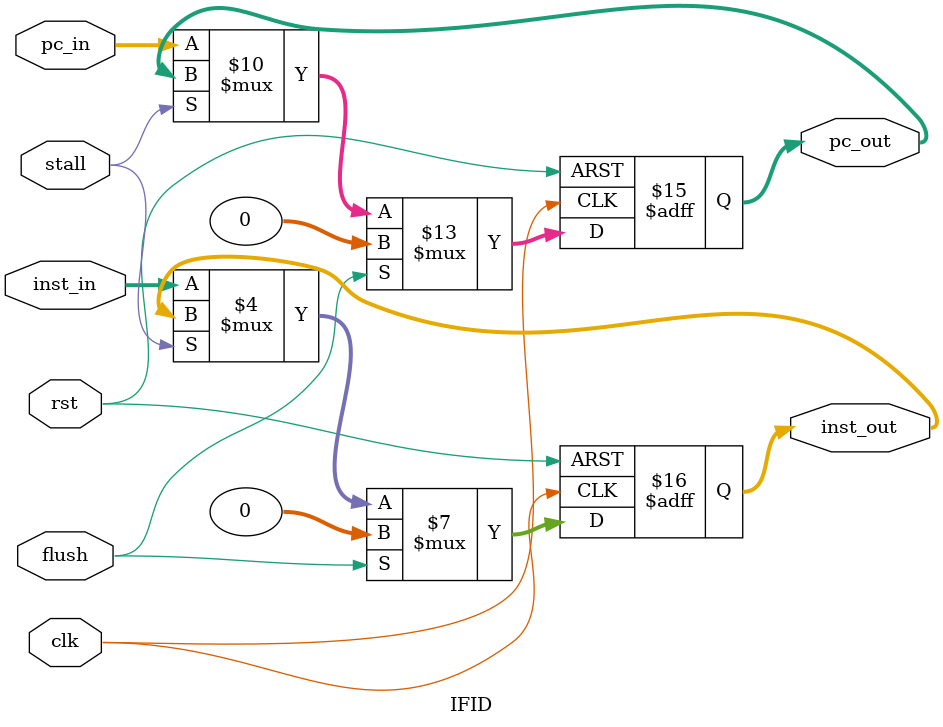
<source format=v>
`timescale 1ns/10ps
module IFID(pc_out,
			inst_out,
			
			pc_in,
			inst_in,
			clk,
			rst,
			flush,
			stall
		//	enable
			);


input [31:0] pc_in;
input [31:0] inst_in;
input clk;
input rst;
input flush;
input stall;
//input enable;

output reg	[31:0] pc_out;
output reg	[31:0] inst_out;

always @ (posedge clk or negedge rst)
begin
	if(!rst) begin
		pc_out <= 32'd0;
		inst_out <= 32'd0;
	end
	else begin
		 if (flush) begin
		pc_out <= 32'd0;
		inst_out <= 32'd0;	
	end
	
	else if (stall) begin
		pc_out <= pc_out;
		inst_out <= inst_out;
	end	
//	else if (enable) begin
//		pc_out <= pc_out;
//		inst_out <= inst_out;
//	end	
	else begin
		pc_out <= pc_in;
		inst_out <= inst_in;
		end
	end
end

endmodule

</source>
